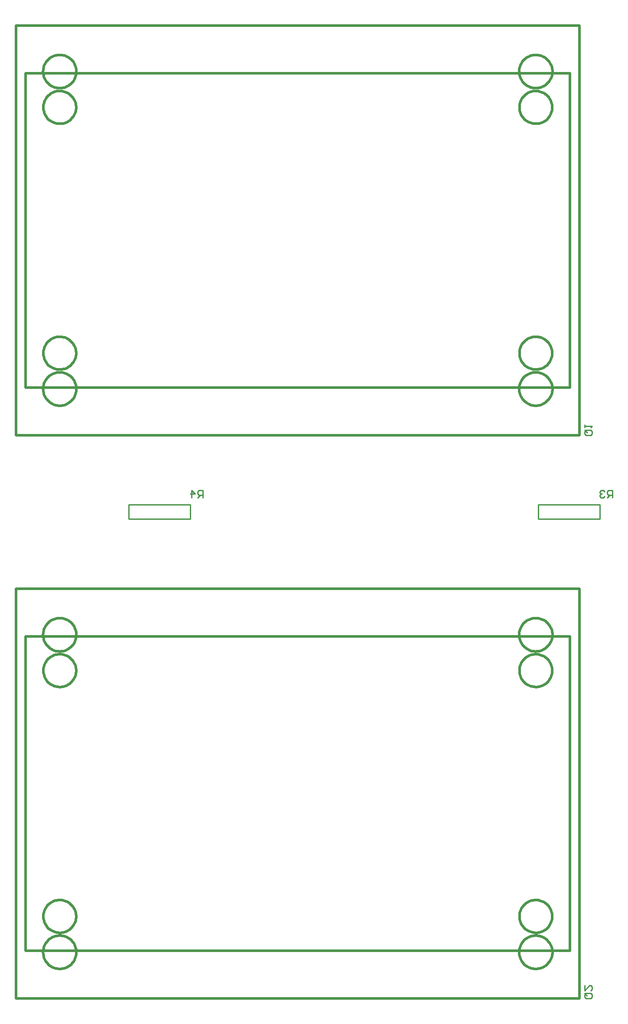
<source format=gbo>
G04*
G04 #@! TF.GenerationSoftware,Altium Limited,Altium Designer,18.1.9 (240)*
G04*
G04 Layer_Color=32896*
%FSLAX25Y25*%
%MOIN*%
G70*
G01*
G75*
%ADD10C,0.01968*%
%ADD11C,0.00984*%
%ADD13C,0.01000*%
D10*
X144488Y-122047D02*
X144448Y-121046D01*
X144329Y-120052D01*
X144131Y-119070D01*
X143856Y-118106D01*
X143505Y-117168D01*
X143081Y-116261D01*
X142586Y-115390D01*
X142023Y-114561D01*
X141396Y-113780D01*
X140709Y-113051D01*
X139966Y-112378D01*
X139173Y-111767D01*
X138333Y-111221D01*
X137452Y-110743D01*
X136537Y-110337D01*
X135592Y-110005D01*
X134623Y-109749D01*
X133638Y-109571D01*
X132641Y-109471D01*
X131639Y-109451D01*
X130639Y-109511D01*
X129647Y-109650D01*
X128669Y-109867D01*
X127712Y-110162D01*
X126781Y-110531D01*
X125882Y-110974D01*
X125021Y-111486D01*
X124204Y-112065D01*
X123435Y-112707D01*
X122720Y-113408D01*
X122062Y-114164D01*
X121467Y-114970D01*
X120938Y-115821D01*
X120478Y-116710D01*
X120090Y-117634D01*
X119776Y-118585D01*
X119540Y-119559D01*
X119381Y-120548D01*
X119301Y-121546D01*
Y-122548D01*
X119381Y-123547D01*
X119540Y-124536D01*
X119776Y-125509D01*
X120090Y-126461D01*
X120478Y-127384D01*
X120938Y-128274D01*
X121467Y-129124D01*
X122062Y-129930D01*
X122720Y-130686D01*
X123435Y-131387D01*
X124204Y-132029D01*
X125021Y-132609D01*
X125882Y-133121D01*
X126781Y-133563D01*
X127712Y-133933D01*
X128669Y-134227D01*
X129647Y-134444D01*
X130639Y-134583D01*
X131639Y-134643D01*
X132641Y-134623D01*
X133638Y-134524D01*
X134623Y-134345D01*
X135592Y-134090D01*
X136537Y-133757D01*
X137452Y-133351D01*
X138333Y-132873D01*
X139173Y-132327D01*
X139967Y-131716D01*
X140709Y-131044D01*
X141396Y-130315D01*
X142023Y-129533D01*
X142586Y-128705D01*
X143081Y-127834D01*
X143505Y-126926D01*
X143856Y-125988D01*
X144131Y-125025D01*
X144329Y-124043D01*
X144448Y-123048D01*
X144488Y-122047D01*
Y-311024D02*
X144448Y-310023D01*
X144329Y-309028D01*
X144131Y-308046D01*
X143856Y-307083D01*
X143505Y-306145D01*
X143081Y-305237D01*
X142586Y-304366D01*
X142023Y-303538D01*
X141396Y-302756D01*
X140709Y-302027D01*
X139966Y-301355D01*
X139173Y-300744D01*
X138333Y-300198D01*
X137452Y-299720D01*
X136537Y-299314D01*
X135592Y-298981D01*
X134623Y-298725D01*
X133638Y-298547D01*
X132641Y-298448D01*
X131639Y-298428D01*
X130639Y-298487D01*
X129647Y-298626D01*
X128669Y-298844D01*
X127712Y-299138D01*
X126781Y-299508D01*
X125882Y-299950D01*
X125021Y-300462D01*
X124204Y-301041D01*
X123435Y-301683D01*
X122720Y-302385D01*
X122062Y-303141D01*
X121467Y-303946D01*
X120938Y-304797D01*
X120478Y-305687D01*
X120090Y-306610D01*
X119776Y-307562D01*
X119540Y-308535D01*
X119381Y-309524D01*
X119301Y-310523D01*
Y-311525D01*
X119381Y-312523D01*
X119540Y-313512D01*
X119776Y-314486D01*
X120090Y-315437D01*
X120478Y-316361D01*
X120938Y-317250D01*
X121467Y-318101D01*
X122062Y-318907D01*
X122720Y-319662D01*
X123435Y-320364D01*
X124204Y-321006D01*
X125021Y-321585D01*
X125882Y-322097D01*
X126781Y-322540D01*
X127712Y-322909D01*
X128669Y-323203D01*
X129647Y-323421D01*
X130639Y-323560D01*
X131639Y-323620D01*
X132641Y-323600D01*
X133638Y-323500D01*
X134623Y-323322D01*
X135592Y-323066D01*
X136537Y-322734D01*
X137452Y-322327D01*
X138333Y-321850D01*
X139173Y-321304D01*
X139967Y-320692D01*
X140709Y-320020D01*
X141396Y-319291D01*
X142023Y-318510D01*
X142586Y-317681D01*
X143081Y-316810D01*
X143505Y-315903D01*
X143856Y-314964D01*
X144131Y-314001D01*
X144329Y-313019D01*
X144448Y-312024D01*
X144488Y-311024D01*
X-221654Y-122047D02*
X-221693Y-121046D01*
X-221813Y-120052D01*
X-222010Y-119070D01*
X-222286Y-118106D01*
X-222637Y-117168D01*
X-223061Y-116261D01*
X-223556Y-115390D01*
X-224119Y-114561D01*
X-224746Y-113780D01*
X-225432Y-113051D01*
X-226175Y-112378D01*
X-226969Y-111767D01*
X-227809Y-111221D01*
X-228689Y-110743D01*
X-229605Y-110337D01*
X-230550Y-110005D01*
X-231518Y-109749D01*
X-232504Y-109571D01*
X-233501Y-109471D01*
X-234503Y-109451D01*
X-235502Y-109511D01*
X-236494Y-109650D01*
X-237472Y-109867D01*
X-238430Y-110162D01*
X-239361Y-110531D01*
X-240260Y-110974D01*
X-241121Y-111486D01*
X-241938Y-112065D01*
X-242707Y-112707D01*
X-243422Y-113408D01*
X-244079Y-114164D01*
X-244675Y-114970D01*
X-245204Y-115821D01*
X-245664Y-116710D01*
X-246052Y-117634D01*
X-246365Y-118585D01*
X-246602Y-119559D01*
X-246761Y-120548D01*
X-246841Y-121546D01*
Y-122548D01*
X-246761Y-123547D01*
X-246602Y-124536D01*
X-246365Y-125509D01*
X-246052Y-126461D01*
X-245664Y-127384D01*
X-245204Y-128274D01*
X-244675Y-129124D01*
X-244079Y-129930D01*
X-243422Y-130686D01*
X-242707Y-131387D01*
X-241938Y-132029D01*
X-241121Y-132609D01*
X-240260Y-133121D01*
X-239361Y-133563D01*
X-238430Y-133933D01*
X-237472Y-134227D01*
X-236494Y-134444D01*
X-235502Y-134583D01*
X-234503Y-134643D01*
X-233501Y-134623D01*
X-232504Y-134524D01*
X-231518Y-134345D01*
X-230550Y-134090D01*
X-229605Y-133757D01*
X-228689Y-133351D01*
X-227809Y-132873D01*
X-226969Y-132327D01*
X-226175Y-131716D01*
X-225432Y-131044D01*
X-224746Y-130315D01*
X-224119Y-129533D01*
X-223556Y-128705D01*
X-223061Y-127834D01*
X-222637Y-126926D01*
X-222286Y-125988D01*
X-222010Y-125025D01*
X-221813Y-124043D01*
X-221693Y-123048D01*
X-221654Y-122047D01*
Y-311024D02*
X-221693Y-310023D01*
X-221813Y-309028D01*
X-222010Y-308046D01*
X-222286Y-307083D01*
X-222637Y-306145D01*
X-223061Y-305237D01*
X-223556Y-304366D01*
X-224119Y-303538D01*
X-224746Y-302756D01*
X-225432Y-302027D01*
X-226175Y-301355D01*
X-226969Y-300744D01*
X-227809Y-300198D01*
X-228689Y-299720D01*
X-229605Y-299314D01*
X-230550Y-298981D01*
X-231518Y-298725D01*
X-232504Y-298547D01*
X-233501Y-298448D01*
X-234503Y-298428D01*
X-235502Y-298487D01*
X-236494Y-298626D01*
X-237472Y-298844D01*
X-238430Y-299138D01*
X-239361Y-299508D01*
X-240260Y-299950D01*
X-241121Y-300462D01*
X-241938Y-301041D01*
X-242707Y-301683D01*
X-243422Y-302385D01*
X-244079Y-303141D01*
X-244675Y-303946D01*
X-245204Y-304797D01*
X-245664Y-305687D01*
X-246052Y-306610D01*
X-246365Y-307562D01*
X-246602Y-308535D01*
X-246761Y-309524D01*
X-246841Y-310523D01*
Y-311525D01*
X-246761Y-312523D01*
X-246602Y-313512D01*
X-246365Y-314486D01*
X-246052Y-315437D01*
X-245664Y-316361D01*
X-245204Y-317250D01*
X-244675Y-318101D01*
X-244079Y-318907D01*
X-243422Y-319662D01*
X-242707Y-320364D01*
X-241938Y-321006D01*
X-241121Y-321585D01*
X-240260Y-322097D01*
X-239361Y-322540D01*
X-238430Y-322909D01*
X-237472Y-323203D01*
X-236494Y-323421D01*
X-235502Y-323560D01*
X-234503Y-323620D01*
X-233501Y-323600D01*
X-232504Y-323500D01*
X-231518Y-323322D01*
X-230550Y-323066D01*
X-229605Y-322734D01*
X-228689Y-322327D01*
X-227809Y-321850D01*
X-226969Y-321304D01*
X-226175Y-320692D01*
X-225432Y-320020D01*
X-224746Y-319291D01*
X-224119Y-318510D01*
X-223556Y-317681D01*
X-223061Y-316810D01*
X-222637Y-315903D01*
X-222286Y-314964D01*
X-222010Y-314001D01*
X-221813Y-313019D01*
X-221693Y-312024D01*
X-221654Y-311024D01*
X-221457Y-338583D02*
X-221496Y-337579D01*
X-221614Y-336581D01*
X-221810Y-335596D01*
X-222083Y-334629D01*
X-222431Y-333686D01*
X-222851Y-332774D01*
X-223342Y-331897D01*
X-223900Y-331062D01*
X-224522Y-330273D01*
X-225204Y-329535D01*
X-225942Y-328853D01*
X-226731Y-328231D01*
X-227567Y-327673D01*
X-228443Y-327182D01*
X-229355Y-326761D01*
X-230298Y-326414D01*
X-231265Y-326141D01*
X-232250Y-325945D01*
X-233248Y-325827D01*
X-234252Y-325787D01*
X-235256Y-325827D01*
X-236254Y-325945D01*
X-237239Y-326141D01*
X-238206Y-326414D01*
X-239148Y-326761D01*
X-240061Y-327182D01*
X-240937Y-327673D01*
X-241773Y-328231D01*
X-242562Y-328853D01*
X-243300Y-329535D01*
X-243982Y-330273D01*
X-244604Y-331062D01*
X-245162Y-331897D01*
X-245653Y-332774D01*
X-246073Y-333686D01*
X-246421Y-334629D01*
X-246694Y-335596D01*
X-246890Y-336581D01*
X-247008Y-337579D01*
X-247047Y-338583D01*
X-247008Y-339587D01*
X-246890Y-340584D01*
X-246694Y-341570D01*
X-246421Y-342537D01*
X-246073Y-343479D01*
X-245653Y-344392D01*
X-245162Y-345268D01*
X-244604Y-346104D01*
X-243982Y-346892D01*
X-243300Y-347630D01*
X-242562Y-348312D01*
X-241773Y-348934D01*
X-240937Y-349492D01*
X-240061Y-349983D01*
X-239148Y-350404D01*
X-238206Y-350752D01*
X-237239Y-351024D01*
X-236254Y-351220D01*
X-235256Y-351339D01*
X-234252Y-351378D01*
X-233248Y-351339D01*
X-232250Y-351220D01*
X-231265Y-351024D01*
X-230298Y-350752D01*
X-229355Y-350404D01*
X-228443Y-349983D01*
X-227567Y-349492D01*
X-226731Y-348934D01*
X-225942Y-348312D01*
X-225204Y-347630D01*
X-224522Y-346892D01*
X-223900Y-346104D01*
X-223342Y-345268D01*
X-222851Y-344392D01*
X-222431Y-343479D01*
X-222083Y-342537D01*
X-221810Y-341570D01*
X-221614Y-340584D01*
X-221496Y-339587D01*
X-221457Y-338583D01*
Y-94488D02*
X-221496Y-93484D01*
X-221614Y-92487D01*
X-221810Y-91501D01*
X-222083Y-90534D01*
X-222431Y-89592D01*
X-222851Y-88679D01*
X-223342Y-87803D01*
X-223900Y-86967D01*
X-224522Y-86178D01*
X-225204Y-85441D01*
X-225942Y-84759D01*
X-226731Y-84137D01*
X-227567Y-83578D01*
X-228443Y-83087D01*
X-229355Y-82667D01*
X-230298Y-82319D01*
X-231265Y-82046D01*
X-232250Y-81850D01*
X-233248Y-81732D01*
X-234252Y-81693D01*
X-235256Y-81732D01*
X-236254Y-81850D01*
X-237239Y-82046D01*
X-238206Y-82319D01*
X-239148Y-82667D01*
X-240061Y-83087D01*
X-240937Y-83578D01*
X-241773Y-84137D01*
X-242562Y-84759D01*
X-243300Y-85441D01*
X-243982Y-86178D01*
X-244604Y-86967D01*
X-245162Y-87803D01*
X-245653Y-88679D01*
X-246073Y-89592D01*
X-246421Y-90534D01*
X-246694Y-91501D01*
X-246890Y-92487D01*
X-247008Y-93484D01*
X-247047Y-94488D01*
X-247008Y-95492D01*
X-246890Y-96490D01*
X-246694Y-97475D01*
X-246421Y-98442D01*
X-246073Y-99385D01*
X-245653Y-100297D01*
X-245162Y-101174D01*
X-244604Y-102009D01*
X-243982Y-102798D01*
X-243300Y-103536D01*
X-242562Y-104218D01*
X-241773Y-104840D01*
X-240937Y-105398D01*
X-240061Y-105889D01*
X-239148Y-106309D01*
X-238206Y-106657D01*
X-237239Y-106930D01*
X-236254Y-107126D01*
X-235256Y-107244D01*
X-234252Y-107283D01*
X-233248Y-107244D01*
X-232250Y-107126D01*
X-231265Y-106930D01*
X-230298Y-106657D01*
X-229355Y-106309D01*
X-228443Y-105889D01*
X-227567Y-105398D01*
X-226731Y-104840D01*
X-225942Y-104218D01*
X-225204Y-103536D01*
X-224522Y-102798D01*
X-223900Y-102009D01*
X-223342Y-101174D01*
X-222851Y-100297D01*
X-222431Y-99385D01*
X-222083Y-98442D01*
X-221810Y-97475D01*
X-221614Y-96490D01*
X-221496Y-95492D01*
X-221457Y-94488D01*
X144685Y-338583D02*
X144646Y-337579D01*
X144527Y-336581D01*
X144332Y-335596D01*
X144059Y-334629D01*
X143711Y-333686D01*
X143290Y-332774D01*
X142799Y-331897D01*
X142241Y-331062D01*
X141619Y-330273D01*
X140937Y-329535D01*
X140200Y-328853D01*
X139411Y-328231D01*
X138575Y-327673D01*
X137699Y-327182D01*
X136786Y-326761D01*
X135844Y-326414D01*
X134877Y-326141D01*
X133891Y-325945D01*
X132894Y-325827D01*
X131890Y-325787D01*
X130886Y-325827D01*
X129888Y-325945D01*
X128903Y-326141D01*
X127936Y-326414D01*
X126993Y-326761D01*
X126081Y-327182D01*
X125204Y-327673D01*
X124369Y-328231D01*
X123580Y-328853D01*
X122842Y-329535D01*
X122160Y-330273D01*
X121538Y-331062D01*
X120980Y-331897D01*
X120489Y-332774D01*
X120069Y-333686D01*
X119721Y-334629D01*
X119448Y-335596D01*
X119252Y-336581D01*
X119134Y-337579D01*
X119095Y-338583D01*
X119134Y-339587D01*
X119252Y-340584D01*
X119448Y-341570D01*
X119721Y-342537D01*
X120069Y-343479D01*
X120489Y-344392D01*
X120980Y-345268D01*
X121538Y-346104D01*
X122160Y-346892D01*
X122842Y-347630D01*
X123580Y-348312D01*
X124369Y-348934D01*
X125204Y-349492D01*
X126081Y-349983D01*
X126993Y-350404D01*
X127936Y-350752D01*
X128903Y-351024D01*
X129888Y-351220D01*
X130886Y-351339D01*
X131890Y-351378D01*
X132894Y-351339D01*
X133891Y-351220D01*
X134877Y-351024D01*
X135844Y-350752D01*
X136786Y-350404D01*
X137699Y-349983D01*
X138575Y-349492D01*
X139411Y-348934D01*
X140200Y-348312D01*
X140937Y-347630D01*
X141619Y-346892D01*
X142241Y-346104D01*
X142799Y-345268D01*
X143290Y-344392D01*
X143711Y-343479D01*
X144059Y-342537D01*
X144332Y-341570D01*
X144527Y-340584D01*
X144646Y-339587D01*
X144685Y-338583D01*
Y-94488D02*
X144646Y-93484D01*
X144527Y-92487D01*
X144332Y-91501D01*
X144059Y-90534D01*
X143711Y-89592D01*
X143290Y-88679D01*
X142799Y-87803D01*
X142241Y-86967D01*
X141619Y-86178D01*
X140937Y-85441D01*
X140200Y-84759D01*
X139411Y-84137D01*
X138575Y-83578D01*
X137699Y-83087D01*
X136786Y-82667D01*
X135844Y-82319D01*
X134877Y-82046D01*
X133891Y-81850D01*
X132894Y-81732D01*
X131890Y-81693D01*
X130886Y-81732D01*
X129888Y-81850D01*
X128903Y-82046D01*
X127936Y-82319D01*
X126993Y-82667D01*
X126081Y-83087D01*
X125204Y-83578D01*
X124369Y-84137D01*
X123580Y-84759D01*
X122842Y-85441D01*
X122160Y-86178D01*
X121538Y-86967D01*
X120980Y-87803D01*
X120489Y-88679D01*
X120069Y-89592D01*
X119721Y-90534D01*
X119448Y-91501D01*
X119252Y-92487D01*
X119134Y-93484D01*
X119095Y-94488D01*
X119134Y-95492D01*
X119252Y-96490D01*
X119448Y-97475D01*
X119721Y-98442D01*
X120069Y-99385D01*
X120489Y-100297D01*
X120980Y-101174D01*
X121538Y-102009D01*
X122160Y-102798D01*
X122842Y-103536D01*
X123580Y-104218D01*
X124369Y-104840D01*
X125204Y-105398D01*
X126081Y-105889D01*
X126993Y-106309D01*
X127936Y-106657D01*
X128903Y-106930D01*
X129888Y-107126D01*
X130886Y-107244D01*
X131890Y-107283D01*
X132894Y-107244D01*
X133891Y-107126D01*
X134877Y-106930D01*
X135844Y-106657D01*
X136786Y-106309D01*
X137699Y-105889D01*
X138575Y-105398D01*
X139411Y-104840D01*
X140200Y-104218D01*
X140937Y-103536D01*
X141619Y-102798D01*
X142241Y-102009D01*
X142799Y-101174D01*
X143290Y-100297D01*
X143711Y-99385D01*
X144059Y-98442D01*
X144332Y-97475D01*
X144527Y-96490D01*
X144646Y-95492D01*
X144685Y-94488D01*
Y338583D02*
X144646Y339587D01*
X144527Y340584D01*
X144332Y341570D01*
X144059Y342537D01*
X143711Y343479D01*
X143290Y344392D01*
X142799Y345268D01*
X142241Y346104D01*
X141619Y346892D01*
X140937Y347630D01*
X140200Y348312D01*
X139411Y348934D01*
X138575Y349492D01*
X137699Y349983D01*
X136786Y350404D01*
X135844Y350752D01*
X134877Y351024D01*
X133891Y351220D01*
X132894Y351339D01*
X131890Y351378D01*
X130886Y351339D01*
X129888Y351220D01*
X128903Y351024D01*
X127936Y350752D01*
X126993Y350404D01*
X126081Y349983D01*
X125204Y349492D01*
X124369Y348934D01*
X123580Y348312D01*
X122842Y347630D01*
X122160Y346892D01*
X121538Y346104D01*
X120980Y345268D01*
X120489Y344392D01*
X120069Y343479D01*
X119721Y342537D01*
X119448Y341570D01*
X119252Y340584D01*
X119134Y339587D01*
X119095Y338583D01*
X119134Y337579D01*
X119252Y336581D01*
X119448Y335596D01*
X119721Y334629D01*
X120069Y333686D01*
X120489Y332774D01*
X120980Y331897D01*
X121538Y331062D01*
X122160Y330273D01*
X122842Y329535D01*
X123580Y328853D01*
X124369Y328231D01*
X125204Y327673D01*
X126081Y327182D01*
X126993Y326761D01*
X127936Y326414D01*
X128903Y326141D01*
X129888Y325945D01*
X130886Y325827D01*
X131890Y325787D01*
X132894Y325827D01*
X133891Y325945D01*
X134877Y326141D01*
X135844Y326414D01*
X136786Y326761D01*
X137699Y327182D01*
X138575Y327673D01*
X139411Y328231D01*
X140200Y328853D01*
X140937Y329535D01*
X141619Y330273D01*
X142241Y331062D01*
X142799Y331897D01*
X143290Y332774D01*
X143711Y333686D01*
X144059Y334629D01*
X144332Y335596D01*
X144527Y336581D01*
X144646Y337579D01*
X144685Y338583D01*
Y94488D02*
X144646Y95492D01*
X144527Y96490D01*
X144332Y97475D01*
X144059Y98442D01*
X143711Y99385D01*
X143290Y100297D01*
X142799Y101174D01*
X142241Y102009D01*
X141619Y102798D01*
X140937Y103536D01*
X140200Y104218D01*
X139411Y104840D01*
X138575Y105398D01*
X137699Y105889D01*
X136786Y106309D01*
X135844Y106657D01*
X134877Y106930D01*
X133891Y107126D01*
X132894Y107244D01*
X131890Y107283D01*
X130886Y107244D01*
X129888Y107126D01*
X128903Y106930D01*
X127936Y106657D01*
X126993Y106309D01*
X126081Y105889D01*
X125204Y105398D01*
X124369Y104840D01*
X123580Y104218D01*
X122842Y103536D01*
X122160Y102798D01*
X121538Y102009D01*
X120980Y101174D01*
X120489Y100297D01*
X120069Y99385D01*
X119721Y98442D01*
X119448Y97475D01*
X119252Y96490D01*
X119134Y95492D01*
X119095Y94488D01*
X119134Y93484D01*
X119252Y92487D01*
X119448Y91501D01*
X119721Y90534D01*
X120069Y89592D01*
X120489Y88679D01*
X120980Y87803D01*
X121538Y86967D01*
X122160Y86178D01*
X122842Y85441D01*
X123580Y84759D01*
X124369Y84137D01*
X125204Y83578D01*
X126081Y83087D01*
X126993Y82667D01*
X127936Y82319D01*
X128903Y82046D01*
X129888Y81850D01*
X130886Y81732D01*
X131890Y81693D01*
X132894Y81732D01*
X133891Y81850D01*
X134877Y82046D01*
X135844Y82319D01*
X136786Y82667D01*
X137699Y83087D01*
X138575Y83578D01*
X139411Y84137D01*
X140200Y84759D01*
X140937Y85441D01*
X141619Y86178D01*
X142241Y86967D01*
X142799Y87803D01*
X143290Y88679D01*
X143711Y89592D01*
X144059Y90534D01*
X144332Y91501D01*
X144527Y92487D01*
X144646Y93484D01*
X144685Y94488D01*
X-221457Y338583D02*
X-221496Y339587D01*
X-221614Y340584D01*
X-221810Y341570D01*
X-222083Y342537D01*
X-222431Y343479D01*
X-222851Y344392D01*
X-223342Y345268D01*
X-223900Y346104D01*
X-224522Y346892D01*
X-225204Y347630D01*
X-225942Y348312D01*
X-226731Y348934D01*
X-227567Y349492D01*
X-228443Y349983D01*
X-229355Y350404D01*
X-230298Y350752D01*
X-231265Y351024D01*
X-232250Y351220D01*
X-233248Y351339D01*
X-234252Y351378D01*
X-235256Y351339D01*
X-236254Y351220D01*
X-237239Y351024D01*
X-238206Y350752D01*
X-239148Y350404D01*
X-240061Y349983D01*
X-240937Y349492D01*
X-241773Y348934D01*
X-242562Y348312D01*
X-243300Y347630D01*
X-243982Y346892D01*
X-244604Y346104D01*
X-245162Y345268D01*
X-245653Y344392D01*
X-246073Y343479D01*
X-246421Y342537D01*
X-246694Y341570D01*
X-246890Y340584D01*
X-247008Y339587D01*
X-247047Y338583D01*
X-247008Y337579D01*
X-246890Y336581D01*
X-246694Y335596D01*
X-246421Y334629D01*
X-246073Y333686D01*
X-245653Y332774D01*
X-245162Y331897D01*
X-244604Y331062D01*
X-243982Y330273D01*
X-243300Y329535D01*
X-242562Y328853D01*
X-241773Y328231D01*
X-240937Y327673D01*
X-240061Y327182D01*
X-239148Y326761D01*
X-238206Y326414D01*
X-237239Y326141D01*
X-236254Y325945D01*
X-235256Y325827D01*
X-234252Y325787D01*
X-233248Y325827D01*
X-232250Y325945D01*
X-231265Y326141D01*
X-230298Y326414D01*
X-229355Y326761D01*
X-228443Y327182D01*
X-227567Y327673D01*
X-226731Y328231D01*
X-225942Y328853D01*
X-225204Y329535D01*
X-224522Y330273D01*
X-223900Y331062D01*
X-223342Y331897D01*
X-222851Y332774D01*
X-222431Y333686D01*
X-222083Y334629D01*
X-221810Y335596D01*
X-221614Y336581D01*
X-221496Y337579D01*
X-221457Y338583D01*
Y94488D02*
X-221496Y95492D01*
X-221614Y96490D01*
X-221810Y97475D01*
X-222083Y98442D01*
X-222431Y99385D01*
X-222851Y100297D01*
X-223342Y101174D01*
X-223900Y102009D01*
X-224522Y102798D01*
X-225204Y103536D01*
X-225942Y104218D01*
X-226731Y104840D01*
X-227567Y105398D01*
X-228443Y105889D01*
X-229355Y106309D01*
X-230298Y106657D01*
X-231265Y106930D01*
X-232250Y107126D01*
X-233248Y107244D01*
X-234252Y107283D01*
X-235256Y107244D01*
X-236254Y107126D01*
X-237239Y106930D01*
X-238206Y106657D01*
X-239148Y106309D01*
X-240061Y105889D01*
X-240937Y105398D01*
X-241773Y104840D01*
X-242562Y104218D01*
X-243300Y103536D01*
X-243982Y102798D01*
X-244604Y102009D01*
X-245162Y101174D01*
X-245653Y100297D01*
X-246073Y99385D01*
X-246421Y98442D01*
X-246694Y97475D01*
X-246890Y96490D01*
X-247008Y95492D01*
X-247047Y94488D01*
X-247008Y93484D01*
X-246890Y92487D01*
X-246694Y91501D01*
X-246421Y90534D01*
X-246073Y89592D01*
X-245653Y88679D01*
X-245162Y87803D01*
X-244604Y86967D01*
X-243982Y86178D01*
X-243300Y85441D01*
X-242562Y84759D01*
X-241773Y84137D01*
X-240937Y83578D01*
X-240061Y83087D01*
X-239148Y82667D01*
X-238206Y82319D01*
X-237239Y82046D01*
X-236254Y81850D01*
X-235256Y81732D01*
X-234252Y81693D01*
X-233248Y81732D01*
X-232250Y81850D01*
X-231265Y82046D01*
X-230298Y82319D01*
X-229355Y82667D01*
X-228443Y83087D01*
X-227567Y83578D01*
X-226731Y84137D01*
X-225942Y84759D01*
X-225204Y85441D01*
X-224522Y86178D01*
X-223900Y86967D01*
X-223342Y87803D01*
X-222851Y88679D01*
X-222431Y89592D01*
X-222083Y90534D01*
X-221810Y91501D01*
X-221614Y92487D01*
X-221496Y93484D01*
X-221457Y94488D01*
X-221654Y122047D02*
X-221693Y123048D01*
X-221813Y124043D01*
X-222010Y125025D01*
X-222286Y125988D01*
X-222637Y126926D01*
X-223061Y127834D01*
X-223556Y128705D01*
X-224119Y129533D01*
X-224746Y130315D01*
X-225432Y131044D01*
X-226175Y131716D01*
X-226969Y132327D01*
X-227809Y132873D01*
X-228689Y133351D01*
X-229605Y133757D01*
X-230550Y134090D01*
X-231518Y134345D01*
X-232504Y134524D01*
X-233501Y134623D01*
X-234503Y134643D01*
X-235502Y134583D01*
X-236494Y134444D01*
X-237472Y134227D01*
X-238430Y133933D01*
X-239361Y133563D01*
X-240260Y133121D01*
X-241121Y132609D01*
X-241938Y132029D01*
X-242707Y131387D01*
X-243422Y130686D01*
X-244079Y129930D01*
X-244675Y129124D01*
X-245204Y128274D01*
X-245664Y127384D01*
X-246052Y126461D01*
X-246365Y125509D01*
X-246602Y124536D01*
X-246761Y123547D01*
X-246841Y122548D01*
Y121546D01*
X-246761Y120548D01*
X-246602Y119559D01*
X-246365Y118585D01*
X-246052Y117634D01*
X-245664Y116710D01*
X-245204Y115821D01*
X-244675Y114970D01*
X-244079Y114164D01*
X-243422Y113408D01*
X-242707Y112707D01*
X-241938Y112065D01*
X-241121Y111486D01*
X-240260Y110974D01*
X-239361Y110531D01*
X-238430Y110162D01*
X-237472Y109867D01*
X-236494Y109650D01*
X-235502Y109511D01*
X-234503Y109451D01*
X-233501Y109471D01*
X-232504Y109571D01*
X-231518Y109749D01*
X-230550Y110005D01*
X-229605Y110337D01*
X-228689Y110743D01*
X-227809Y111221D01*
X-226969Y111767D01*
X-226175Y112378D01*
X-225432Y113051D01*
X-224746Y113780D01*
X-224119Y114561D01*
X-223556Y115390D01*
X-223061Y116261D01*
X-222637Y117168D01*
X-222286Y118106D01*
X-222010Y119070D01*
X-221813Y120052D01*
X-221693Y121046D01*
X-221654Y122047D01*
Y311024D02*
X-221693Y312025D01*
X-221813Y313019D01*
X-222010Y314001D01*
X-222286Y314964D01*
X-222637Y315903D01*
X-223061Y316810D01*
X-223556Y317681D01*
X-224119Y318510D01*
X-224746Y319291D01*
X-225432Y320020D01*
X-226175Y320692D01*
X-226969Y321304D01*
X-227809Y321850D01*
X-228689Y322327D01*
X-229605Y322734D01*
X-230550Y323066D01*
X-231518Y323322D01*
X-232504Y323500D01*
X-233501Y323600D01*
X-234503Y323620D01*
X-235502Y323560D01*
X-236494Y323421D01*
X-237472Y323203D01*
X-238430Y322909D01*
X-239361Y322540D01*
X-240260Y322097D01*
X-241121Y321585D01*
X-241938Y321006D01*
X-242707Y320364D01*
X-243422Y319662D01*
X-244079Y318907D01*
X-244675Y318101D01*
X-245204Y317250D01*
X-245664Y316361D01*
X-246052Y315437D01*
X-246365Y314486D01*
X-246602Y313512D01*
X-246761Y312523D01*
X-246841Y311525D01*
Y310523D01*
X-246761Y309524D01*
X-246602Y308535D01*
X-246365Y307562D01*
X-246052Y306610D01*
X-245664Y305687D01*
X-245204Y304797D01*
X-244675Y303946D01*
X-244079Y303141D01*
X-243422Y302385D01*
X-242707Y301684D01*
X-241938Y301041D01*
X-241121Y300462D01*
X-240260Y299950D01*
X-239361Y299508D01*
X-238430Y299138D01*
X-237472Y298844D01*
X-236494Y298626D01*
X-235502Y298487D01*
X-234503Y298428D01*
X-233501Y298448D01*
X-232504Y298547D01*
X-231518Y298725D01*
X-230550Y298981D01*
X-229605Y299314D01*
X-228689Y299720D01*
X-227809Y300198D01*
X-226969Y300744D01*
X-226175Y301355D01*
X-225432Y302027D01*
X-224746Y302756D01*
X-224119Y303538D01*
X-223556Y304366D01*
X-223061Y305237D01*
X-222637Y306145D01*
X-222286Y307083D01*
X-222010Y308046D01*
X-221813Y309028D01*
X-221693Y310023D01*
X-221654Y311024D01*
X144488Y122047D02*
X144448Y123048D01*
X144329Y124043D01*
X144131Y125025D01*
X143856Y125988D01*
X143505Y126926D01*
X143081Y127834D01*
X142586Y128705D01*
X142023Y129533D01*
X141396Y130315D01*
X140709Y131044D01*
X139966Y131716D01*
X139173Y132327D01*
X138333Y132873D01*
X137452Y133351D01*
X136537Y133757D01*
X135592Y134090D01*
X134623Y134345D01*
X133638Y134524D01*
X132641Y134623D01*
X131639Y134643D01*
X130639Y134583D01*
X129647Y134444D01*
X128669Y134227D01*
X127712Y133933D01*
X126781Y133563D01*
X125882Y133121D01*
X125021Y132609D01*
X124204Y132029D01*
X123435Y131387D01*
X122720Y130686D01*
X122062Y129930D01*
X121467Y129124D01*
X120938Y128274D01*
X120478Y127384D01*
X120090Y126461D01*
X119776Y125509D01*
X119540Y124536D01*
X119381Y123547D01*
X119301Y122548D01*
Y121546D01*
X119381Y120548D01*
X119540Y119559D01*
X119776Y118585D01*
X120090Y117634D01*
X120478Y116710D01*
X120938Y115821D01*
X121467Y114970D01*
X122062Y114164D01*
X122720Y113408D01*
X123435Y112707D01*
X124204Y112065D01*
X125021Y111486D01*
X125882Y110974D01*
X126781Y110531D01*
X127712Y110162D01*
X128669Y109867D01*
X129647Y109650D01*
X130639Y109511D01*
X131639Y109451D01*
X132641Y109471D01*
X133638Y109571D01*
X134623Y109749D01*
X135592Y110005D01*
X136537Y110337D01*
X137452Y110743D01*
X138333Y111221D01*
X139173Y111767D01*
X139967Y112378D01*
X140709Y113051D01*
X141396Y113780D01*
X142023Y114561D01*
X142586Y115390D01*
X143081Y116261D01*
X143505Y117168D01*
X143856Y118106D01*
X144131Y119070D01*
X144329Y120052D01*
X144448Y121046D01*
X144488Y122047D01*
Y311024D02*
X144448Y312025D01*
X144329Y313019D01*
X144131Y314001D01*
X143856Y314964D01*
X143505Y315903D01*
X143081Y316810D01*
X142586Y317681D01*
X142023Y318510D01*
X141396Y319291D01*
X140709Y320020D01*
X139966Y320692D01*
X139173Y321304D01*
X138333Y321850D01*
X137452Y322327D01*
X136537Y322734D01*
X135592Y323066D01*
X134623Y323322D01*
X133638Y323500D01*
X132641Y323600D01*
X131639Y323620D01*
X130639Y323560D01*
X129647Y323421D01*
X128669Y323203D01*
X127712Y322909D01*
X126781Y322540D01*
X125882Y322097D01*
X125021Y321585D01*
X124204Y321006D01*
X123435Y320364D01*
X122720Y319662D01*
X122062Y318907D01*
X121467Y318101D01*
X120938Y317250D01*
X120478Y316361D01*
X120090Y315437D01*
X119776Y314486D01*
X119540Y313512D01*
X119381Y312523D01*
X119301Y311525D01*
Y310523D01*
X119381Y309524D01*
X119540Y308535D01*
X119776Y307562D01*
X120090Y306610D01*
X120478Y305687D01*
X120938Y304797D01*
X121467Y303946D01*
X122062Y303141D01*
X122720Y302385D01*
X123435Y301684D01*
X124204Y301041D01*
X125021Y300462D01*
X125882Y299950D01*
X126781Y299508D01*
X127712Y299138D01*
X128669Y298844D01*
X129647Y298626D01*
X130639Y298487D01*
X131639Y298428D01*
X132641Y298448D01*
X133638Y298547D01*
X134623Y298725D01*
X135592Y298981D01*
X136537Y299314D01*
X137452Y299720D01*
X138333Y300198D01*
X139173Y300744D01*
X139967Y301355D01*
X140709Y302027D01*
X141396Y302756D01*
X142023Y303538D01*
X142586Y304366D01*
X143081Y305237D01*
X143505Y306145D01*
X143856Y307083D01*
X144131Y308046D01*
X144329Y309028D01*
X144448Y310023D01*
X144488Y311024D01*
X-260630Y-95669D02*
X158268D01*
X-260630Y-337402D02*
X158268D01*
X-260630D02*
Y-95669D01*
X158268Y-337402D02*
Y-95669D01*
X-267717Y-374016D02*
Y-59055D01*
X165354Y-374016D02*
Y-59055D01*
X-267717Y-374016D02*
X165354D01*
X-267717Y-59055D02*
X165354D01*
X-267717Y374016D02*
X165354D01*
X-267717Y59055D02*
X165354D01*
Y374016D01*
X-267717Y59055D02*
Y374016D01*
X158268Y95669D02*
Y337402D01*
X-260630Y95669D02*
Y337402D01*
Y95669D02*
X158268D01*
X-260630Y337402D02*
X158268D01*
D11*
X-124177Y10809D02*
Y16712D01*
X-127129D01*
X-128113Y15728D01*
Y13760D01*
X-127129Y12776D01*
X-124177D01*
X-126145D02*
X-128113Y10809D01*
X-133033D02*
Y16712D01*
X-130081Y13760D01*
X-134017D01*
X190823Y10809D02*
Y16712D01*
X187871D01*
X186887Y15728D01*
Y13760D01*
X187871Y12776D01*
X190823D01*
X188855D02*
X186887Y10809D01*
X184919Y15728D02*
X183935Y16712D01*
X181967D01*
X180983Y15728D01*
Y14744D01*
X181967Y13760D01*
X182951D01*
X181967D01*
X180983Y12776D01*
Y11793D01*
X181967Y10809D01*
X183935D01*
X184919Y11793D01*
X170308Y-370042D02*
X174243D01*
X175227Y-371026D01*
Y-372994D01*
X174243Y-373978D01*
X170308D01*
X169324Y-372994D01*
Y-371026D01*
X171291Y-372010D02*
X169324Y-370042D01*
Y-371026D02*
X170308Y-370042D01*
X169324Y-364139D02*
Y-368074D01*
X173259Y-364139D01*
X174243D01*
X175227Y-365123D01*
Y-367090D01*
X174243Y-368074D01*
X170319Y63003D02*
X174255D01*
X175239Y62019D01*
Y60051D01*
X174255Y59067D01*
X170319D01*
X169335Y60051D01*
Y62019D01*
X171303Y61035D02*
X169335Y63003D01*
Y62019D02*
X170319Y63003D01*
X169335Y64970D02*
Y66938D01*
Y65955D01*
X175239D01*
X174255Y64970D01*
D13*
X-181102Y-5512D02*
X-133858D01*
X-181102D02*
Y5512D01*
X-133858Y-5512D02*
Y5512D01*
X-181102D02*
X-133858D01*
X133858Y-5512D02*
X181102D01*
X133858D02*
Y5512D01*
X181102Y-5512D02*
Y5512D01*
X133858D02*
X181102D01*
M02*

</source>
